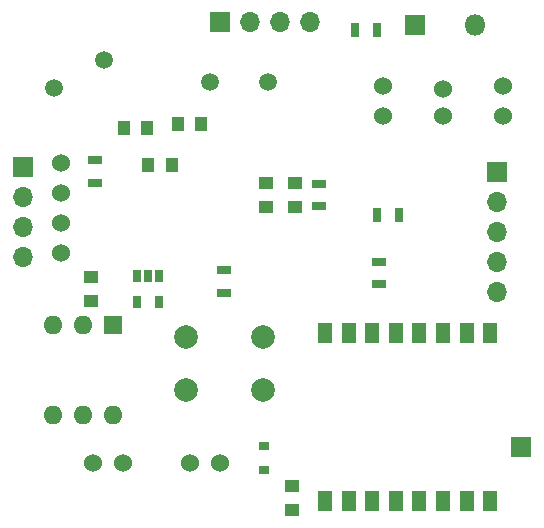
<source format=gbs>
G04 #@! TF.GenerationSoftware,KiCad,Pcbnew,5.1.6-c6e7f7d~87~ubuntu18.04.1*
G04 #@! TF.CreationDate,2020-07-22T22:23:17+05:30*
G04 #@! TF.ProjectId,Sensor_pcb_v1,53656e73-6f72-45f7-9063-625f76312e6b,rev?*
G04 #@! TF.SameCoordinates,Original*
G04 #@! TF.FileFunction,Soldermask,Bot*
G04 #@! TF.FilePolarity,Negative*
%FSLAX46Y46*%
G04 Gerber Fmt 4.6, Leading zero omitted, Abs format (unit mm)*
G04 Created by KiCad (PCBNEW 5.1.6-c6e7f7d~87~ubuntu18.04.1) date 2020-07-22 22:23:17*
%MOMM*%
%LPD*%
G01*
G04 APERTURE LIST*
%ADD10C,1.524000*%
%ADD11R,1.200000X1.700000*%
%ADD12R,1.700000X1.700000*%
%ADD13R,1.300000X0.700000*%
%ADD14R,0.700000X1.300000*%
%ADD15O,1.700000X1.700000*%
%ADD16C,2.000000*%
%ADD17R,1.600000X1.600000*%
%ADD18O,1.600000X1.600000*%
%ADD19R,1.000000X1.250000*%
%ADD20R,1.250000X1.000000*%
%ADD21R,0.900000X0.800000*%
%ADD22O,1.800000X1.800000*%
%ADD23R,1.800000X1.800000*%
%ADD24R,0.650000X1.060000*%
%ADD25C,1.500000*%
G04 APERTURE END LIST*
D10*
X60410000Y-26090000D03*
X55330000Y-25890000D03*
X65490000Y-25890000D03*
X65490000Y-28430000D03*
X60410000Y-28430000D03*
X55330000Y-28430000D03*
D11*
X64420000Y-46780000D03*
X62420000Y-46780000D03*
X60420000Y-46780000D03*
X58420000Y-46780000D03*
X56420000Y-46780000D03*
X54420000Y-46780000D03*
X52420000Y-46780000D03*
X50420000Y-46780000D03*
X50420000Y-60980000D03*
X52420000Y-60980000D03*
X54420000Y-60980000D03*
X56420000Y-60980000D03*
X58420000Y-60980000D03*
X60420000Y-60980000D03*
X62420000Y-60980000D03*
X64420000Y-60980000D03*
D12*
X67050000Y-56420000D03*
D13*
X55030000Y-42640000D03*
X55030000Y-40740000D03*
D14*
X54830000Y-36800000D03*
X56730000Y-36800000D03*
D12*
X24860000Y-32700000D03*
D15*
X24860000Y-35240000D03*
X24860000Y-37780000D03*
X24860000Y-40320000D03*
D10*
X33340000Y-57800000D03*
X30800000Y-57810000D03*
X41510000Y-57740000D03*
X38970000Y-57750000D03*
D16*
X38680000Y-51570000D03*
X38680000Y-47070000D03*
X45180000Y-51570000D03*
X45180000Y-47070000D03*
D17*
X32460000Y-46060000D03*
D18*
X27380000Y-53680000D03*
X29920000Y-46060000D03*
X29920000Y-53680000D03*
X27380000Y-46060000D03*
X32460000Y-53680000D03*
D19*
X35460000Y-32560000D03*
X37460000Y-32560000D03*
X35390000Y-29410000D03*
X33390000Y-29410000D03*
D20*
X45410000Y-36080000D03*
X45410000Y-34080000D03*
X47910000Y-34080000D03*
X47910000Y-36080000D03*
D19*
X37960000Y-29060000D03*
X39960000Y-29060000D03*
D20*
X47620000Y-61710000D03*
X47620000Y-59710000D03*
X30600000Y-42030000D03*
X30600000Y-44030000D03*
D21*
X45240000Y-58400000D03*
X45240000Y-56300000D03*
D15*
X64970000Y-43260000D03*
X64970000Y-40720000D03*
X64970000Y-38180000D03*
X64970000Y-35640000D03*
D12*
X64970000Y-33100000D03*
D15*
X49170000Y-20450000D03*
X46630000Y-20450000D03*
X44090000Y-20450000D03*
D12*
X41550000Y-20450000D03*
D13*
X30960000Y-34060000D03*
X30960000Y-32160000D03*
X49910000Y-34130000D03*
X49910000Y-36030000D03*
X41900000Y-41470000D03*
X41900000Y-43370000D03*
D14*
X52930000Y-21090000D03*
X54830000Y-21090000D03*
D22*
X63140000Y-20710000D03*
D23*
X58060000Y-20710000D03*
D24*
X34510000Y-41960000D03*
X35460000Y-41960000D03*
X36410000Y-41960000D03*
X36410000Y-44160000D03*
X34510000Y-44160000D03*
D10*
X28100000Y-40000000D03*
X28100000Y-37460000D03*
X28100000Y-34920000D03*
X28100000Y-32380000D03*
D25*
X40730000Y-25540000D03*
X45610000Y-25540000D03*
X27460000Y-26060000D03*
X31686204Y-23620000D03*
M02*

</source>
